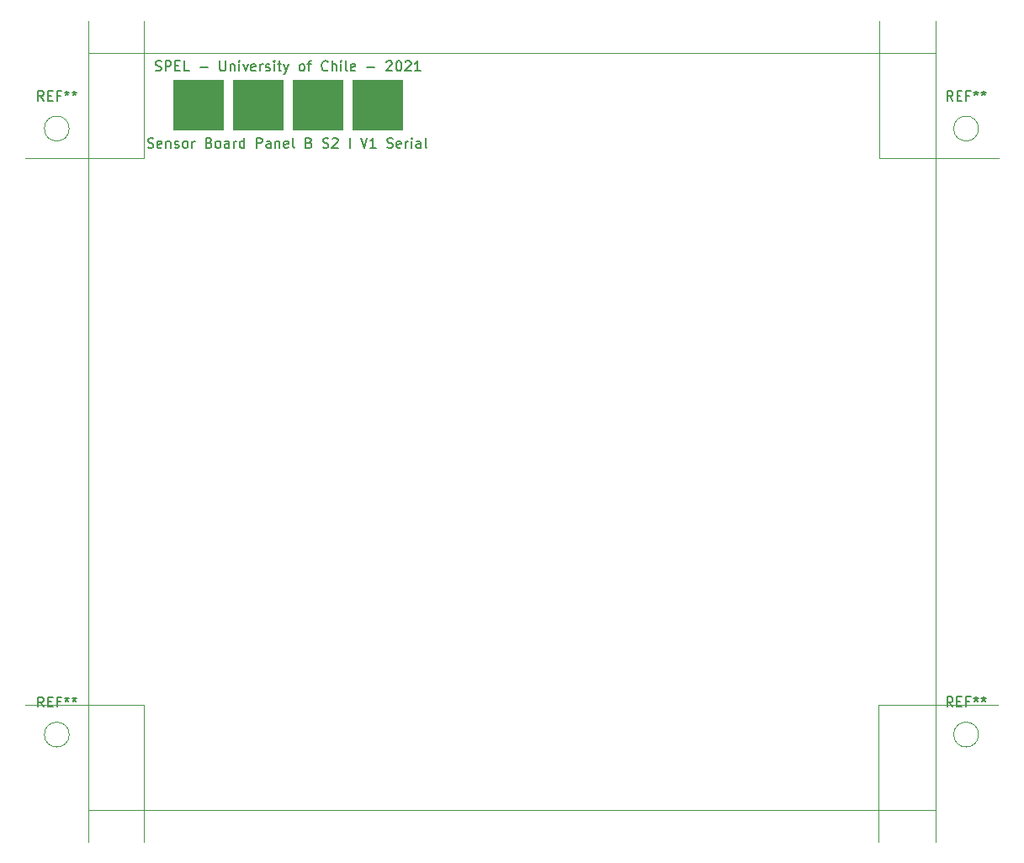
<source format=gbr>
G04 #@! TF.GenerationSoftware,KiCad,Pcbnew,(5.1.2)-2*
G04 #@! TF.CreationDate,2021-08-28T01:21:12-04:00*
G04 #@! TF.ProjectId,MAG_Plus,4d41475f-506c-4757-932e-6b696361645f,rev?*
G04 #@! TF.SameCoordinates,Original*
G04 #@! TF.FileFunction,Legend,Top*
G04 #@! TF.FilePolarity,Positive*
%FSLAX46Y46*%
G04 Gerber Fmt 4.6, Leading zero omitted, Abs format (unit mm)*
G04 Created by KiCad (PCBNEW (5.1.2)-2) date 2021-08-28 01:21:12*
%MOMM*%
%LPD*%
G04 APERTURE LIST*
%ADD10C,0.100000*%
%ADD11C,0.150000*%
%ADD12C,0.120000*%
G04 APERTURE END LIST*
D10*
G36*
X383330000Y-47550000D02*
G01*
X378330000Y-47550000D01*
X378330000Y-42550000D01*
X383330000Y-42550000D01*
X383330000Y-47550000D01*
G37*
X383330000Y-47550000D02*
X378330000Y-47550000D01*
X378330000Y-42550000D01*
X383330000Y-42550000D01*
X383330000Y-47550000D01*
G36*
X389330000Y-47550000D02*
G01*
X384330000Y-47550000D01*
X384330000Y-42550000D01*
X389330000Y-42550000D01*
X389330000Y-47550000D01*
G37*
X389330000Y-47550000D02*
X384330000Y-47550000D01*
X384330000Y-42550000D01*
X389330000Y-42550000D01*
X389330000Y-47550000D01*
G36*
X377330000Y-47550000D02*
G01*
X372330000Y-47550000D01*
X372330000Y-42550000D01*
X377330000Y-42550000D01*
X377330000Y-47550000D01*
G37*
X377330000Y-47550000D02*
X372330000Y-47550000D01*
X372330000Y-42550000D01*
X377330000Y-42550000D01*
X377330000Y-47550000D01*
G36*
X395330000Y-47550000D02*
G01*
X390330000Y-47550000D01*
X390330000Y-42550000D01*
X395330000Y-42550000D01*
X395330000Y-47550000D01*
G37*
X395330000Y-47550000D02*
X390330000Y-47550000D01*
X390330000Y-42550000D01*
X395330000Y-42550000D01*
X395330000Y-47550000D01*
D11*
X370546666Y-41604761D02*
X370689523Y-41652380D01*
X370927619Y-41652380D01*
X371022857Y-41604761D01*
X371070476Y-41557142D01*
X371118095Y-41461904D01*
X371118095Y-41366666D01*
X371070476Y-41271428D01*
X371022857Y-41223809D01*
X370927619Y-41176190D01*
X370737142Y-41128571D01*
X370641904Y-41080952D01*
X370594285Y-41033333D01*
X370546666Y-40938095D01*
X370546666Y-40842857D01*
X370594285Y-40747619D01*
X370641904Y-40700000D01*
X370737142Y-40652380D01*
X370975238Y-40652380D01*
X371118095Y-40700000D01*
X371546666Y-41652380D02*
X371546666Y-40652380D01*
X371927619Y-40652380D01*
X372022857Y-40700000D01*
X372070476Y-40747619D01*
X372118095Y-40842857D01*
X372118095Y-40985714D01*
X372070476Y-41080952D01*
X372022857Y-41128571D01*
X371927619Y-41176190D01*
X371546666Y-41176190D01*
X372546666Y-41128571D02*
X372880000Y-41128571D01*
X373022857Y-41652380D02*
X372546666Y-41652380D01*
X372546666Y-40652380D01*
X373022857Y-40652380D01*
X373927619Y-41652380D02*
X373451428Y-41652380D01*
X373451428Y-40652380D01*
X375022857Y-41271428D02*
X375784761Y-41271428D01*
X377022857Y-40652380D02*
X377022857Y-41461904D01*
X377070476Y-41557142D01*
X377118095Y-41604761D01*
X377213333Y-41652380D01*
X377403809Y-41652380D01*
X377499047Y-41604761D01*
X377546666Y-41557142D01*
X377594285Y-41461904D01*
X377594285Y-40652380D01*
X378070476Y-40985714D02*
X378070476Y-41652380D01*
X378070476Y-41080952D02*
X378118095Y-41033333D01*
X378213333Y-40985714D01*
X378356190Y-40985714D01*
X378451428Y-41033333D01*
X378499047Y-41128571D01*
X378499047Y-41652380D01*
X378975238Y-41652380D02*
X378975238Y-40985714D01*
X378975238Y-40652380D02*
X378927619Y-40700000D01*
X378975238Y-40747619D01*
X379022857Y-40700000D01*
X378975238Y-40652380D01*
X378975238Y-40747619D01*
X379356190Y-40985714D02*
X379594285Y-41652380D01*
X379832380Y-40985714D01*
X380594285Y-41604761D02*
X380499047Y-41652380D01*
X380308571Y-41652380D01*
X380213333Y-41604761D01*
X380165714Y-41509523D01*
X380165714Y-41128571D01*
X380213333Y-41033333D01*
X380308571Y-40985714D01*
X380499047Y-40985714D01*
X380594285Y-41033333D01*
X380641904Y-41128571D01*
X380641904Y-41223809D01*
X380165714Y-41319047D01*
X381070476Y-41652380D02*
X381070476Y-40985714D01*
X381070476Y-41176190D02*
X381118095Y-41080952D01*
X381165714Y-41033333D01*
X381260952Y-40985714D01*
X381356190Y-40985714D01*
X381641904Y-41604761D02*
X381737142Y-41652380D01*
X381927619Y-41652380D01*
X382022857Y-41604761D01*
X382070476Y-41509523D01*
X382070476Y-41461904D01*
X382022857Y-41366666D01*
X381927619Y-41319047D01*
X381784761Y-41319047D01*
X381689523Y-41271428D01*
X381641904Y-41176190D01*
X381641904Y-41128571D01*
X381689523Y-41033333D01*
X381784761Y-40985714D01*
X381927619Y-40985714D01*
X382022857Y-41033333D01*
X382499047Y-41652380D02*
X382499047Y-40985714D01*
X382499047Y-40652380D02*
X382451428Y-40700000D01*
X382499047Y-40747619D01*
X382546666Y-40700000D01*
X382499047Y-40652380D01*
X382499047Y-40747619D01*
X382832380Y-40985714D02*
X383213333Y-40985714D01*
X382975238Y-40652380D02*
X382975238Y-41509523D01*
X383022857Y-41604761D01*
X383118095Y-41652380D01*
X383213333Y-41652380D01*
X383451428Y-40985714D02*
X383689523Y-41652380D01*
X383927619Y-40985714D02*
X383689523Y-41652380D01*
X383594285Y-41890476D01*
X383546666Y-41938095D01*
X383451428Y-41985714D01*
X385213333Y-41652380D02*
X385118095Y-41604761D01*
X385070476Y-41557142D01*
X385022857Y-41461904D01*
X385022857Y-41176190D01*
X385070476Y-41080952D01*
X385118095Y-41033333D01*
X385213333Y-40985714D01*
X385356190Y-40985714D01*
X385451428Y-41033333D01*
X385499047Y-41080952D01*
X385546666Y-41176190D01*
X385546666Y-41461904D01*
X385499047Y-41557142D01*
X385451428Y-41604761D01*
X385356190Y-41652380D01*
X385213333Y-41652380D01*
X385832380Y-40985714D02*
X386213333Y-40985714D01*
X385975238Y-41652380D02*
X385975238Y-40795238D01*
X386022857Y-40700000D01*
X386118095Y-40652380D01*
X386213333Y-40652380D01*
X387879999Y-41557142D02*
X387832380Y-41604761D01*
X387689523Y-41652380D01*
X387594285Y-41652380D01*
X387451428Y-41604761D01*
X387356190Y-41509523D01*
X387308571Y-41414285D01*
X387260952Y-41223809D01*
X387260952Y-41080952D01*
X387308571Y-40890476D01*
X387356190Y-40795238D01*
X387451428Y-40700000D01*
X387594285Y-40652380D01*
X387689523Y-40652380D01*
X387832380Y-40700000D01*
X387879999Y-40747619D01*
X388308571Y-41652380D02*
X388308571Y-40652380D01*
X388737142Y-41652380D02*
X388737142Y-41128571D01*
X388689523Y-41033333D01*
X388594285Y-40985714D01*
X388451428Y-40985714D01*
X388356190Y-41033333D01*
X388308571Y-41080952D01*
X389213333Y-41652380D02*
X389213333Y-40985714D01*
X389213333Y-40652380D02*
X389165714Y-40700000D01*
X389213333Y-40747619D01*
X389260952Y-40700000D01*
X389213333Y-40652380D01*
X389213333Y-40747619D01*
X389832380Y-41652380D02*
X389737142Y-41604761D01*
X389689523Y-41509523D01*
X389689523Y-40652380D01*
X390594285Y-41604761D02*
X390499047Y-41652380D01*
X390308571Y-41652380D01*
X390213333Y-41604761D01*
X390165714Y-41509523D01*
X390165714Y-41128571D01*
X390213333Y-41033333D01*
X390308571Y-40985714D01*
X390499047Y-40985714D01*
X390594285Y-41033333D01*
X390641904Y-41128571D01*
X390641904Y-41223809D01*
X390165714Y-41319047D01*
X391832380Y-41271428D02*
X392594285Y-41271428D01*
X393784761Y-40747619D02*
X393832380Y-40700000D01*
X393927619Y-40652380D01*
X394165714Y-40652380D01*
X394260952Y-40700000D01*
X394308571Y-40747619D01*
X394356190Y-40842857D01*
X394356190Y-40938095D01*
X394308571Y-41080952D01*
X393737142Y-41652380D01*
X394356190Y-41652380D01*
X394975238Y-40652380D02*
X395070476Y-40652380D01*
X395165714Y-40700000D01*
X395213333Y-40747619D01*
X395260952Y-40842857D01*
X395308571Y-41033333D01*
X395308571Y-41271428D01*
X395260952Y-41461904D01*
X395213333Y-41557142D01*
X395165714Y-41604761D01*
X395070476Y-41652380D01*
X394975238Y-41652380D01*
X394879999Y-41604761D01*
X394832380Y-41557142D01*
X394784761Y-41461904D01*
X394737142Y-41271428D01*
X394737142Y-41033333D01*
X394784761Y-40842857D01*
X394832380Y-40747619D01*
X394879999Y-40700000D01*
X394975238Y-40652380D01*
X395689523Y-40747619D02*
X395737142Y-40700000D01*
X395832380Y-40652380D01*
X396070476Y-40652380D01*
X396165714Y-40700000D01*
X396213333Y-40747619D01*
X396260952Y-40842857D01*
X396260952Y-40938095D01*
X396213333Y-41080952D01*
X395641904Y-41652380D01*
X396260952Y-41652380D01*
X397213333Y-41652380D02*
X396641904Y-41652380D01*
X396927619Y-41652380D02*
X396927619Y-40652380D01*
X396832380Y-40795238D01*
X396737142Y-40890476D01*
X396641904Y-40938095D01*
X369756190Y-49354761D02*
X369899047Y-49402380D01*
X370137142Y-49402380D01*
X370232380Y-49354761D01*
X370280000Y-49307142D01*
X370327619Y-49211904D01*
X370327619Y-49116666D01*
X370280000Y-49021428D01*
X370232380Y-48973809D01*
X370137142Y-48926190D01*
X369946666Y-48878571D01*
X369851428Y-48830952D01*
X369803809Y-48783333D01*
X369756190Y-48688095D01*
X369756190Y-48592857D01*
X369803809Y-48497619D01*
X369851428Y-48450000D01*
X369946666Y-48402380D01*
X370184761Y-48402380D01*
X370327619Y-48450000D01*
X371137142Y-49354761D02*
X371041904Y-49402380D01*
X370851428Y-49402380D01*
X370756190Y-49354761D01*
X370708571Y-49259523D01*
X370708571Y-48878571D01*
X370756190Y-48783333D01*
X370851428Y-48735714D01*
X371041904Y-48735714D01*
X371137142Y-48783333D01*
X371184761Y-48878571D01*
X371184761Y-48973809D01*
X370708571Y-49069047D01*
X371613333Y-48735714D02*
X371613333Y-49402380D01*
X371613333Y-48830952D02*
X371660952Y-48783333D01*
X371756190Y-48735714D01*
X371899047Y-48735714D01*
X371994285Y-48783333D01*
X372041904Y-48878571D01*
X372041904Y-49402380D01*
X372470476Y-49354761D02*
X372565714Y-49402380D01*
X372756190Y-49402380D01*
X372851428Y-49354761D01*
X372899047Y-49259523D01*
X372899047Y-49211904D01*
X372851428Y-49116666D01*
X372756190Y-49069047D01*
X372613333Y-49069047D01*
X372518095Y-49021428D01*
X372470476Y-48926190D01*
X372470476Y-48878571D01*
X372518095Y-48783333D01*
X372613333Y-48735714D01*
X372756190Y-48735714D01*
X372851428Y-48783333D01*
X373470476Y-49402380D02*
X373375238Y-49354761D01*
X373327619Y-49307142D01*
X373280000Y-49211904D01*
X373280000Y-48926190D01*
X373327619Y-48830952D01*
X373375238Y-48783333D01*
X373470476Y-48735714D01*
X373613333Y-48735714D01*
X373708571Y-48783333D01*
X373756190Y-48830952D01*
X373803809Y-48926190D01*
X373803809Y-49211904D01*
X373756190Y-49307142D01*
X373708571Y-49354761D01*
X373613333Y-49402380D01*
X373470476Y-49402380D01*
X374232380Y-49402380D02*
X374232380Y-48735714D01*
X374232380Y-48926190D02*
X374280000Y-48830952D01*
X374327619Y-48783333D01*
X374422857Y-48735714D01*
X374518095Y-48735714D01*
X375946666Y-48878571D02*
X376089523Y-48926190D01*
X376137142Y-48973809D01*
X376184761Y-49069047D01*
X376184761Y-49211904D01*
X376137142Y-49307142D01*
X376089523Y-49354761D01*
X375994285Y-49402380D01*
X375613333Y-49402380D01*
X375613333Y-48402380D01*
X375946666Y-48402380D01*
X376041904Y-48450000D01*
X376089523Y-48497619D01*
X376137142Y-48592857D01*
X376137142Y-48688095D01*
X376089523Y-48783333D01*
X376041904Y-48830952D01*
X375946666Y-48878571D01*
X375613333Y-48878571D01*
X376756190Y-49402380D02*
X376660952Y-49354761D01*
X376613333Y-49307142D01*
X376565714Y-49211904D01*
X376565714Y-48926190D01*
X376613333Y-48830952D01*
X376660952Y-48783333D01*
X376756190Y-48735714D01*
X376899047Y-48735714D01*
X376994285Y-48783333D01*
X377041904Y-48830952D01*
X377089523Y-48926190D01*
X377089523Y-49211904D01*
X377041904Y-49307142D01*
X376994285Y-49354761D01*
X376899047Y-49402380D01*
X376756190Y-49402380D01*
X377946666Y-49402380D02*
X377946666Y-48878571D01*
X377899047Y-48783333D01*
X377803809Y-48735714D01*
X377613333Y-48735714D01*
X377518095Y-48783333D01*
X377946666Y-49354761D02*
X377851428Y-49402380D01*
X377613333Y-49402380D01*
X377518095Y-49354761D01*
X377470476Y-49259523D01*
X377470476Y-49164285D01*
X377518095Y-49069047D01*
X377613333Y-49021428D01*
X377851428Y-49021428D01*
X377946666Y-48973809D01*
X378422857Y-49402380D02*
X378422857Y-48735714D01*
X378422857Y-48926190D02*
X378470476Y-48830952D01*
X378518095Y-48783333D01*
X378613333Y-48735714D01*
X378708571Y-48735714D01*
X379470476Y-49402380D02*
X379470476Y-48402380D01*
X379470476Y-49354761D02*
X379375238Y-49402380D01*
X379184761Y-49402380D01*
X379089523Y-49354761D01*
X379041904Y-49307142D01*
X378994285Y-49211904D01*
X378994285Y-48926190D01*
X379041904Y-48830952D01*
X379089523Y-48783333D01*
X379184761Y-48735714D01*
X379375238Y-48735714D01*
X379470476Y-48783333D01*
X380708571Y-49402380D02*
X380708571Y-48402380D01*
X381089523Y-48402380D01*
X381184761Y-48450000D01*
X381232380Y-48497619D01*
X381280000Y-48592857D01*
X381280000Y-48735714D01*
X381232380Y-48830952D01*
X381184761Y-48878571D01*
X381089523Y-48926190D01*
X380708571Y-48926190D01*
X382137142Y-49402380D02*
X382137142Y-48878571D01*
X382089523Y-48783333D01*
X381994285Y-48735714D01*
X381803809Y-48735714D01*
X381708571Y-48783333D01*
X382137142Y-49354761D02*
X382041904Y-49402380D01*
X381803809Y-49402380D01*
X381708571Y-49354761D01*
X381660952Y-49259523D01*
X381660952Y-49164285D01*
X381708571Y-49069047D01*
X381803809Y-49021428D01*
X382041904Y-49021428D01*
X382137142Y-48973809D01*
X382613333Y-48735714D02*
X382613333Y-49402380D01*
X382613333Y-48830952D02*
X382660952Y-48783333D01*
X382756190Y-48735714D01*
X382899047Y-48735714D01*
X382994285Y-48783333D01*
X383041904Y-48878571D01*
X383041904Y-49402380D01*
X383899047Y-49354761D02*
X383803809Y-49402380D01*
X383613333Y-49402380D01*
X383518095Y-49354761D01*
X383470476Y-49259523D01*
X383470476Y-48878571D01*
X383518095Y-48783333D01*
X383613333Y-48735714D01*
X383803809Y-48735714D01*
X383899047Y-48783333D01*
X383946666Y-48878571D01*
X383946666Y-48973809D01*
X383470476Y-49069047D01*
X384518095Y-49402380D02*
X384422857Y-49354761D01*
X384375238Y-49259523D01*
X384375238Y-48402380D01*
X385994285Y-48878571D02*
X386137142Y-48926190D01*
X386184761Y-48973809D01*
X386232380Y-49069047D01*
X386232380Y-49211904D01*
X386184761Y-49307142D01*
X386137142Y-49354761D01*
X386041904Y-49402380D01*
X385660952Y-49402380D01*
X385660952Y-48402380D01*
X385994285Y-48402380D01*
X386089523Y-48450000D01*
X386137142Y-48497619D01*
X386184761Y-48592857D01*
X386184761Y-48688095D01*
X386137142Y-48783333D01*
X386089523Y-48830952D01*
X385994285Y-48878571D01*
X385660952Y-48878571D01*
X387375238Y-49354761D02*
X387518095Y-49402380D01*
X387756190Y-49402380D01*
X387851428Y-49354761D01*
X387899047Y-49307142D01*
X387946666Y-49211904D01*
X387946666Y-49116666D01*
X387899047Y-49021428D01*
X387851428Y-48973809D01*
X387756190Y-48926190D01*
X387565714Y-48878571D01*
X387470476Y-48830952D01*
X387422857Y-48783333D01*
X387375238Y-48688095D01*
X387375238Y-48592857D01*
X387422857Y-48497619D01*
X387470476Y-48450000D01*
X387565714Y-48402380D01*
X387803809Y-48402380D01*
X387946666Y-48450000D01*
X388327619Y-48497619D02*
X388375238Y-48450000D01*
X388470476Y-48402380D01*
X388708571Y-48402380D01*
X388803809Y-48450000D01*
X388851428Y-48497619D01*
X388899047Y-48592857D01*
X388899047Y-48688095D01*
X388851428Y-48830952D01*
X388280000Y-49402380D01*
X388899047Y-49402380D01*
X390089523Y-49402380D02*
X390089523Y-48402380D01*
X391184761Y-48402380D02*
X391518095Y-49402380D01*
X391851428Y-48402380D01*
X392708571Y-49402380D02*
X392137142Y-49402380D01*
X392422857Y-49402380D02*
X392422857Y-48402380D01*
X392327619Y-48545238D01*
X392232380Y-48640476D01*
X392137142Y-48688095D01*
X393851428Y-49354761D02*
X393994285Y-49402380D01*
X394232380Y-49402380D01*
X394327619Y-49354761D01*
X394375238Y-49307142D01*
X394422857Y-49211904D01*
X394422857Y-49116666D01*
X394375238Y-49021428D01*
X394327619Y-48973809D01*
X394232380Y-48926190D01*
X394041904Y-48878571D01*
X393946666Y-48830952D01*
X393899047Y-48783333D01*
X393851428Y-48688095D01*
X393851428Y-48592857D01*
X393899047Y-48497619D01*
X393946666Y-48450000D01*
X394041904Y-48402380D01*
X394280000Y-48402380D01*
X394422857Y-48450000D01*
X395232380Y-49354761D02*
X395137142Y-49402380D01*
X394946666Y-49402380D01*
X394851428Y-49354761D01*
X394803809Y-49259523D01*
X394803809Y-48878571D01*
X394851428Y-48783333D01*
X394946666Y-48735714D01*
X395137142Y-48735714D01*
X395232380Y-48783333D01*
X395280000Y-48878571D01*
X395280000Y-48973809D01*
X394803809Y-49069047D01*
X395708571Y-49402380D02*
X395708571Y-48735714D01*
X395708571Y-48926190D02*
X395756190Y-48830952D01*
X395803809Y-48783333D01*
X395899047Y-48735714D01*
X395994285Y-48735714D01*
X396327619Y-49402380D02*
X396327619Y-48735714D01*
X396327619Y-48402380D02*
X396280000Y-48450000D01*
X396327619Y-48497619D01*
X396375238Y-48450000D01*
X396327619Y-48402380D01*
X396327619Y-48497619D01*
X397232380Y-49402380D02*
X397232380Y-48878571D01*
X397184761Y-48783333D01*
X397089523Y-48735714D01*
X396899047Y-48735714D01*
X396803809Y-48783333D01*
X397232380Y-49354761D02*
X397137142Y-49402380D01*
X396899047Y-49402380D01*
X396803809Y-49354761D01*
X396756190Y-49259523D01*
X396756190Y-49164285D01*
X396803809Y-49069047D01*
X396899047Y-49021428D01*
X397137142Y-49021428D01*
X397232380Y-48973809D01*
X397851428Y-49402380D02*
X397756190Y-49354761D01*
X397708571Y-49259523D01*
X397708571Y-48402380D01*
D12*
X361860000Y-108460000D02*
G75*
G03X361860000Y-108460000I-1250000J0D01*
G01*
X449010000Y-39860000D02*
X363810000Y-39860000D01*
X363810000Y-119260000D02*
X363810000Y-36660000D01*
X449010000Y-119260000D02*
X449010000Y-36660000D01*
X443310000Y-119260000D02*
X443310000Y-105460000D01*
X453360000Y-108460000D02*
G75*
G03X453360000Y-108460000I-1250000J0D01*
G01*
X455310000Y-105460000D02*
X443310000Y-105460000D01*
X369410000Y-119260000D02*
X369410000Y-105460000D01*
X455410000Y-50460000D02*
X443410000Y-50460000D01*
X369410000Y-50460000D02*
X369410000Y-36660000D01*
X357410000Y-105460000D02*
X369410000Y-105460000D01*
X357410000Y-50460000D02*
X369410000Y-50460000D01*
X443410000Y-36660000D02*
X443410000Y-50460000D01*
X361860000Y-47460000D02*
G75*
G03X361860000Y-47460000I-1250000J0D01*
G01*
X363810000Y-116060000D02*
X449010000Y-116060000D01*
X453360000Y-47460000D02*
G75*
G03X453360000Y-47460000I-1250000J0D01*
G01*
D11*
X450776666Y-44682380D02*
X450443333Y-44206190D01*
X450205238Y-44682380D02*
X450205238Y-43682380D01*
X450586190Y-43682380D01*
X450681428Y-43730000D01*
X450729047Y-43777619D01*
X450776666Y-43872857D01*
X450776666Y-44015714D01*
X450729047Y-44110952D01*
X450681428Y-44158571D01*
X450586190Y-44206190D01*
X450205238Y-44206190D01*
X451205238Y-44158571D02*
X451538571Y-44158571D01*
X451681428Y-44682380D02*
X451205238Y-44682380D01*
X451205238Y-43682380D01*
X451681428Y-43682380D01*
X452443333Y-44158571D02*
X452110000Y-44158571D01*
X452110000Y-44682380D02*
X452110000Y-43682380D01*
X452586190Y-43682380D01*
X453110000Y-43682380D02*
X453110000Y-43920476D01*
X452871904Y-43825238D02*
X453110000Y-43920476D01*
X453348095Y-43825238D01*
X452967142Y-44110952D02*
X453110000Y-43920476D01*
X453252857Y-44110952D01*
X453871904Y-43682380D02*
X453871904Y-43920476D01*
X453633809Y-43825238D02*
X453871904Y-43920476D01*
X454110000Y-43825238D01*
X453729047Y-44110952D02*
X453871904Y-43920476D01*
X454014761Y-44110952D01*
X359286666Y-44662380D02*
X358953333Y-44186190D01*
X358715238Y-44662380D02*
X358715238Y-43662380D01*
X359096190Y-43662380D01*
X359191428Y-43710000D01*
X359239047Y-43757619D01*
X359286666Y-43852857D01*
X359286666Y-43995714D01*
X359239047Y-44090952D01*
X359191428Y-44138571D01*
X359096190Y-44186190D01*
X358715238Y-44186190D01*
X359715238Y-44138571D02*
X360048571Y-44138571D01*
X360191428Y-44662380D02*
X359715238Y-44662380D01*
X359715238Y-43662380D01*
X360191428Y-43662380D01*
X360953333Y-44138571D02*
X360620000Y-44138571D01*
X360620000Y-44662380D02*
X360620000Y-43662380D01*
X361096190Y-43662380D01*
X361620000Y-43662380D02*
X361620000Y-43900476D01*
X361381904Y-43805238D02*
X361620000Y-43900476D01*
X361858095Y-43805238D01*
X361477142Y-44090952D02*
X361620000Y-43900476D01*
X361762857Y-44090952D01*
X362381904Y-43662380D02*
X362381904Y-43900476D01*
X362143809Y-43805238D02*
X362381904Y-43900476D01*
X362620000Y-43805238D01*
X362239047Y-44090952D02*
X362381904Y-43900476D01*
X362524761Y-44090952D01*
X359286666Y-105672380D02*
X358953333Y-105196190D01*
X358715238Y-105672380D02*
X358715238Y-104672380D01*
X359096190Y-104672380D01*
X359191428Y-104720000D01*
X359239047Y-104767619D01*
X359286666Y-104862857D01*
X359286666Y-105005714D01*
X359239047Y-105100952D01*
X359191428Y-105148571D01*
X359096190Y-105196190D01*
X358715238Y-105196190D01*
X359715238Y-105148571D02*
X360048571Y-105148571D01*
X360191428Y-105672380D02*
X359715238Y-105672380D01*
X359715238Y-104672380D01*
X360191428Y-104672380D01*
X360953333Y-105148571D02*
X360620000Y-105148571D01*
X360620000Y-105672380D02*
X360620000Y-104672380D01*
X361096190Y-104672380D01*
X361620000Y-104672380D02*
X361620000Y-104910476D01*
X361381904Y-104815238D02*
X361620000Y-104910476D01*
X361858095Y-104815238D01*
X361477142Y-105100952D02*
X361620000Y-104910476D01*
X361762857Y-105100952D01*
X362381904Y-104672380D02*
X362381904Y-104910476D01*
X362143809Y-104815238D02*
X362381904Y-104910476D01*
X362620000Y-104815238D01*
X362239047Y-105100952D02*
X362381904Y-104910476D01*
X362524761Y-105100952D01*
X450766666Y-105662380D02*
X450433333Y-105186190D01*
X450195238Y-105662380D02*
X450195238Y-104662380D01*
X450576190Y-104662380D01*
X450671428Y-104710000D01*
X450719047Y-104757619D01*
X450766666Y-104852857D01*
X450766666Y-104995714D01*
X450719047Y-105090952D01*
X450671428Y-105138571D01*
X450576190Y-105186190D01*
X450195238Y-105186190D01*
X451195238Y-105138571D02*
X451528571Y-105138571D01*
X451671428Y-105662380D02*
X451195238Y-105662380D01*
X451195238Y-104662380D01*
X451671428Y-104662380D01*
X452433333Y-105138571D02*
X452100000Y-105138571D01*
X452100000Y-105662380D02*
X452100000Y-104662380D01*
X452576190Y-104662380D01*
X453100000Y-104662380D02*
X453100000Y-104900476D01*
X452861904Y-104805238D02*
X453100000Y-104900476D01*
X453338095Y-104805238D01*
X452957142Y-105090952D02*
X453100000Y-104900476D01*
X453242857Y-105090952D01*
X453861904Y-104662380D02*
X453861904Y-104900476D01*
X453623809Y-104805238D02*
X453861904Y-104900476D01*
X454100000Y-104805238D01*
X453719047Y-105090952D02*
X453861904Y-104900476D01*
X454004761Y-105090952D01*
M02*

</source>
